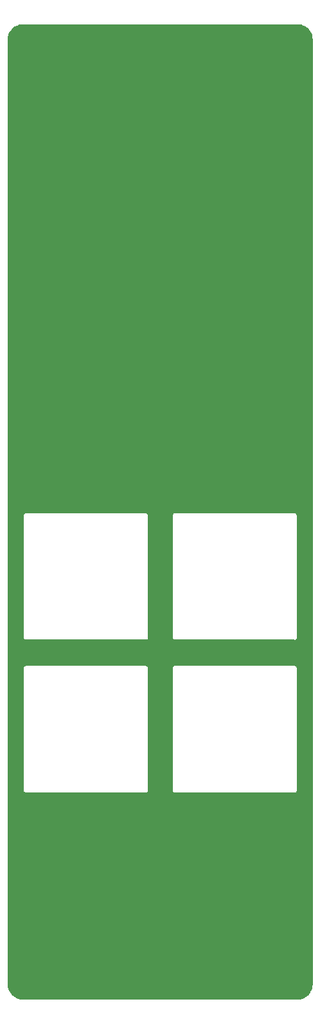
<source format=gbr>
%TF.GenerationSoftware,KiCad,Pcbnew,7.0.6*%
%TF.CreationDate,2023-07-26T19:09:21+01:00*%
%TF.ProjectId,Hypersoniq_Panel,48797065-7273-46f6-9e69-715f50616e65,rev?*%
%TF.SameCoordinates,Original*%
%TF.FileFunction,Copper,L1,Top*%
%TF.FilePolarity,Positive*%
%FSLAX46Y46*%
G04 Gerber Fmt 4.6, Leading zero omitted, Abs format (unit mm)*
G04 Created by KiCad (PCBNEW 7.0.6) date 2023-07-26 19:09:21*
%MOMM*%
%LPD*%
G01*
G04 APERTURE LIST*
G04 APERTURE END LIST*
%TA.AperFunction,NonConductor*%
G36*
X88302244Y-31300161D02*
G01*
X88471292Y-31312251D01*
X88575648Y-31319714D01*
X88593435Y-31322272D01*
X88854657Y-31379098D01*
X88871896Y-31384158D01*
X89122392Y-31477589D01*
X89138738Y-31485054D01*
X89373374Y-31613175D01*
X89388498Y-31622895D01*
X89602509Y-31783102D01*
X89616095Y-31794875D01*
X89805124Y-31983904D01*
X89816897Y-31997490D01*
X89977104Y-32211501D01*
X89986824Y-32226625D01*
X90114945Y-32461261D01*
X90122413Y-32477613D01*
X90215838Y-32728095D01*
X90220902Y-32745345D01*
X90277726Y-33006560D01*
X90280285Y-33024354D01*
X90299839Y-33297755D01*
X90300000Y-33302251D01*
X90300000Y-157697748D01*
X90299839Y-157702244D01*
X90280285Y-157975645D01*
X90277726Y-157993439D01*
X90220902Y-158254654D01*
X90215838Y-158271904D01*
X90122413Y-158522386D01*
X90114945Y-158538738D01*
X89986824Y-158773374D01*
X89977104Y-158788498D01*
X89816897Y-159002509D01*
X89805124Y-159016095D01*
X89616095Y-159205124D01*
X89602509Y-159216897D01*
X89388498Y-159377104D01*
X89373374Y-159386824D01*
X89138738Y-159514945D01*
X89122386Y-159522413D01*
X88871904Y-159615838D01*
X88854654Y-159620902D01*
X88593439Y-159677726D01*
X88575645Y-159680285D01*
X88309235Y-159699339D01*
X88304739Y-159699500D01*
X52095261Y-159699500D01*
X52090765Y-159699339D01*
X51824354Y-159680285D01*
X51806560Y-159677726D01*
X51545345Y-159620902D01*
X51528095Y-159615838D01*
X51277613Y-159522413D01*
X51261261Y-159514945D01*
X51026625Y-159386824D01*
X51011501Y-159377104D01*
X50797490Y-159216897D01*
X50783904Y-159205124D01*
X50594875Y-159016095D01*
X50583102Y-159002509D01*
X50422895Y-158788498D01*
X50413175Y-158773374D01*
X50285054Y-158538738D01*
X50277589Y-158522392D01*
X50184158Y-158271896D01*
X50179097Y-158254654D01*
X50122273Y-157993439D01*
X50119714Y-157975644D01*
X50100161Y-157702244D01*
X50100000Y-157697748D01*
X50100000Y-131964386D01*
X52235907Y-131964386D01*
X52239500Y-132051348D01*
X52239500Y-132120411D01*
X52238086Y-132165948D01*
X52252443Y-132215460D01*
X52263701Y-132254281D01*
X52315224Y-132330457D01*
X52315225Y-132330458D01*
X52315226Y-132330459D01*
X52387674Y-132387114D01*
X52474029Y-132418756D01*
X52508812Y-132420074D01*
X52512175Y-132420500D01*
X52519901Y-132420500D01*
X52519981Y-132420500D01*
X52554051Y-132421797D01*
X52569377Y-132420500D01*
X52583241Y-132420500D01*
X52586927Y-132420608D01*
X52666699Y-132425282D01*
X52690350Y-132420500D01*
X68109652Y-132420500D01*
X68120468Y-132423675D01*
X68206306Y-132420500D01*
X68278315Y-132420500D01*
X68282023Y-132420609D01*
X68328908Y-132423372D01*
X68328908Y-132423371D01*
X68328910Y-132423372D01*
X68423350Y-132397019D01*
X68504085Y-132341385D01*
X68562338Y-132262518D01*
X68562339Y-132262512D01*
X68566108Y-132255106D01*
X68569302Y-132251719D01*
X68570580Y-132242343D01*
X68575240Y-132221527D01*
X68591775Y-132168996D01*
X68591776Y-132168994D01*
X68590500Y-132119987D01*
X68590500Y-132119985D01*
X68590500Y-132050170D01*
X68590564Y-132047326D01*
X68594243Y-131965907D01*
X68593929Y-131964383D01*
X71835907Y-131964383D01*
X71839500Y-132051348D01*
X71839500Y-132120411D01*
X71838086Y-132165948D01*
X71852443Y-132215460D01*
X71863701Y-132254281D01*
X71915224Y-132330457D01*
X71915225Y-132330458D01*
X71915226Y-132330459D01*
X71987674Y-132387114D01*
X72074029Y-132418756D01*
X72108812Y-132420074D01*
X72112175Y-132420500D01*
X72119901Y-132420500D01*
X72119981Y-132420500D01*
X72154051Y-132421797D01*
X72169377Y-132420500D01*
X72183241Y-132420500D01*
X72186927Y-132420608D01*
X72266699Y-132425282D01*
X72290350Y-132420500D01*
X87709652Y-132420500D01*
X87720468Y-132423675D01*
X87806306Y-132420500D01*
X87878315Y-132420500D01*
X87882023Y-132420609D01*
X87928908Y-132423372D01*
X87928908Y-132423371D01*
X87928910Y-132423372D01*
X88023350Y-132397019D01*
X88104085Y-132341385D01*
X88162338Y-132262518D01*
X88162339Y-132262512D01*
X88166108Y-132255106D01*
X88169302Y-132251719D01*
X88170580Y-132242343D01*
X88175240Y-132221527D01*
X88191775Y-132168996D01*
X88191776Y-132168994D01*
X88190500Y-132119987D01*
X88190500Y-132119985D01*
X88190500Y-132050170D01*
X88190564Y-132047326D01*
X88194243Y-131965907D01*
X88190500Y-131947712D01*
X88190500Y-116252815D01*
X88195281Y-116236532D01*
X88190593Y-116150323D01*
X88190500Y-116146901D01*
X88190500Y-116131880D01*
X88191561Y-116128265D01*
X88190500Y-116079988D01*
X88190500Y-116071174D01*
X88190197Y-116068412D01*
X88189427Y-116031686D01*
X88157753Y-115940399D01*
X88097363Y-115860261D01*
X88093737Y-115858388D01*
X88086388Y-115853933D01*
X88061317Y-115836291D01*
X88020583Y-115807626D01*
X88020577Y-115807623D01*
X87928305Y-115778940D01*
X87928304Y-115778940D01*
X87880080Y-115779500D01*
X87811214Y-115779500D01*
X87808306Y-115779433D01*
X87726925Y-115775672D01*
X87708300Y-115779500D01*
X72290353Y-115779500D01*
X72272651Y-115774302D01*
X72186793Y-115779390D01*
X72183066Y-115779500D01*
X72169413Y-115779500D01*
X72163215Y-115777680D01*
X72153751Y-115778078D01*
X72074072Y-115781334D01*
X72074063Y-115781336D01*
X71987860Y-115813137D01*
X71987856Y-115813140D01*
X71915518Y-115869798D01*
X71915513Y-115869802D01*
X71863980Y-115945884D01*
X71838203Y-116034086D01*
X71839500Y-116080011D01*
X71839500Y-116148414D01*
X71836027Y-116231144D01*
X71839500Y-116247946D01*
X71839499Y-131952152D01*
X71835907Y-131964383D01*
X68593929Y-131964383D01*
X68590500Y-131947712D01*
X68590500Y-116252815D01*
X68595281Y-116236532D01*
X68590593Y-116150323D01*
X68590500Y-116146901D01*
X68590500Y-116131880D01*
X68591561Y-116128265D01*
X68590500Y-116079988D01*
X68590500Y-116071174D01*
X68590197Y-116068412D01*
X68589427Y-116031686D01*
X68557753Y-115940399D01*
X68497363Y-115860261D01*
X68493737Y-115858388D01*
X68486388Y-115853933D01*
X68461317Y-115836291D01*
X68420583Y-115807626D01*
X68420577Y-115807623D01*
X68328305Y-115778940D01*
X68328304Y-115778940D01*
X68280080Y-115779500D01*
X68211214Y-115779500D01*
X68208306Y-115779433D01*
X68126925Y-115775672D01*
X68108300Y-115779500D01*
X52690353Y-115779500D01*
X52672651Y-115774302D01*
X52586793Y-115779390D01*
X52583066Y-115779500D01*
X52569413Y-115779500D01*
X52563215Y-115777680D01*
X52553751Y-115778078D01*
X52474072Y-115781334D01*
X52474063Y-115781336D01*
X52387860Y-115813137D01*
X52387856Y-115813140D01*
X52315518Y-115869798D01*
X52315513Y-115869802D01*
X52263980Y-115945884D01*
X52238203Y-116034086D01*
X52239500Y-116080011D01*
X52239500Y-116148414D01*
X52236027Y-116231144D01*
X52239500Y-116247946D01*
X52239500Y-131952152D01*
X52235907Y-131964386D01*
X50100000Y-131964386D01*
X50100000Y-111864386D01*
X52235907Y-111864386D01*
X52239500Y-111951348D01*
X52239500Y-112020411D01*
X52238086Y-112065948D01*
X52252443Y-112115460D01*
X52263701Y-112154281D01*
X52315224Y-112230457D01*
X52315225Y-112230458D01*
X52315226Y-112230459D01*
X52387674Y-112287114D01*
X52474029Y-112318756D01*
X52508812Y-112320074D01*
X52512175Y-112320500D01*
X52519901Y-112320500D01*
X52519981Y-112320500D01*
X52554051Y-112321797D01*
X52569377Y-112320500D01*
X52583241Y-112320500D01*
X52586927Y-112320608D01*
X52666699Y-112325282D01*
X52690350Y-112320500D01*
X68109652Y-112320500D01*
X68120468Y-112323675D01*
X68206306Y-112320500D01*
X68278315Y-112320500D01*
X68282023Y-112320609D01*
X68328908Y-112323372D01*
X68328908Y-112323371D01*
X68328910Y-112323372D01*
X68423350Y-112297019D01*
X68504085Y-112241385D01*
X68562338Y-112162518D01*
X68562339Y-112162512D01*
X68566108Y-112155106D01*
X68569302Y-112151719D01*
X68570580Y-112142343D01*
X68575240Y-112121527D01*
X68591775Y-112068996D01*
X68591776Y-112068994D01*
X68590500Y-112019987D01*
X68590500Y-112019985D01*
X68590500Y-111950170D01*
X68590564Y-111947326D01*
X68594243Y-111865907D01*
X68593929Y-111864383D01*
X71835907Y-111864383D01*
X71839500Y-111951348D01*
X71839500Y-112020411D01*
X71838086Y-112065948D01*
X71852443Y-112115460D01*
X71863701Y-112154281D01*
X71915224Y-112230457D01*
X71915225Y-112230458D01*
X71915226Y-112230459D01*
X71987674Y-112287114D01*
X72074029Y-112318756D01*
X72108812Y-112320074D01*
X72112175Y-112320500D01*
X72119901Y-112320500D01*
X72119981Y-112320500D01*
X72154051Y-112321797D01*
X72169377Y-112320500D01*
X72183241Y-112320500D01*
X72186927Y-112320608D01*
X72266699Y-112325282D01*
X72290350Y-112320500D01*
X87709652Y-112320500D01*
X87720468Y-112323675D01*
X87806306Y-112320500D01*
X87878315Y-112320500D01*
X87882023Y-112320609D01*
X87928908Y-112323372D01*
X87928908Y-112323371D01*
X87928910Y-112323372D01*
X88023350Y-112297019D01*
X88104085Y-112241385D01*
X88162338Y-112162518D01*
X88162339Y-112162512D01*
X88166108Y-112155106D01*
X88169302Y-112151719D01*
X88170580Y-112142343D01*
X88175240Y-112121527D01*
X88191775Y-112068996D01*
X88191776Y-112068994D01*
X88190500Y-112019987D01*
X88190500Y-112019985D01*
X88190500Y-111950170D01*
X88190564Y-111947326D01*
X88194243Y-111865907D01*
X88190500Y-111847712D01*
X88190500Y-96152815D01*
X88195281Y-96136532D01*
X88190593Y-96050323D01*
X88190500Y-96046901D01*
X88190500Y-96031880D01*
X88191561Y-96028265D01*
X88190500Y-95979988D01*
X88190500Y-95971174D01*
X88190197Y-95968412D01*
X88189427Y-95931686D01*
X88157753Y-95840399D01*
X88097363Y-95760261D01*
X88093737Y-95758388D01*
X88086388Y-95753933D01*
X88061317Y-95736291D01*
X88020583Y-95707626D01*
X88020577Y-95707623D01*
X87928305Y-95678940D01*
X87928304Y-95678940D01*
X87880080Y-95679500D01*
X87811214Y-95679500D01*
X87808306Y-95679433D01*
X87726925Y-95675672D01*
X87708300Y-95679500D01*
X72290353Y-95679500D01*
X72272651Y-95674302D01*
X72186793Y-95679390D01*
X72183066Y-95679500D01*
X72169413Y-95679500D01*
X72163215Y-95677680D01*
X72153751Y-95678078D01*
X72074072Y-95681334D01*
X72074063Y-95681336D01*
X71987860Y-95713137D01*
X71987856Y-95713140D01*
X71915518Y-95769798D01*
X71915513Y-95769802D01*
X71863980Y-95845884D01*
X71838203Y-95934086D01*
X71839500Y-95980011D01*
X71839500Y-96048414D01*
X71836027Y-96131144D01*
X71839500Y-96147946D01*
X71839499Y-111852152D01*
X71835907Y-111864383D01*
X68593929Y-111864383D01*
X68590500Y-111847712D01*
X68590500Y-96152815D01*
X68595281Y-96136532D01*
X68590593Y-96050323D01*
X68590500Y-96046901D01*
X68590500Y-96031880D01*
X68591561Y-96028265D01*
X68590500Y-95979988D01*
X68590500Y-95971174D01*
X68590197Y-95968412D01*
X68589427Y-95931686D01*
X68557753Y-95840399D01*
X68497363Y-95760261D01*
X68493737Y-95758388D01*
X68486388Y-95753933D01*
X68461317Y-95736291D01*
X68420583Y-95707626D01*
X68420577Y-95707623D01*
X68328305Y-95678940D01*
X68328304Y-95678940D01*
X68280080Y-95679500D01*
X68211214Y-95679500D01*
X68208306Y-95679433D01*
X68126925Y-95675672D01*
X68108300Y-95679500D01*
X52690353Y-95679500D01*
X52672651Y-95674302D01*
X52586793Y-95679390D01*
X52583066Y-95679500D01*
X52569413Y-95679500D01*
X52563215Y-95677680D01*
X52553751Y-95678078D01*
X52474072Y-95681334D01*
X52474063Y-95681336D01*
X52387860Y-95713137D01*
X52387856Y-95713140D01*
X52315518Y-95769798D01*
X52315513Y-95769802D01*
X52263980Y-95845884D01*
X52238203Y-95934086D01*
X52239500Y-95980011D01*
X52239500Y-96048414D01*
X52236027Y-96131144D01*
X52239500Y-96147946D01*
X52239500Y-111852152D01*
X52235907Y-111864386D01*
X50100000Y-111864386D01*
X50100000Y-33302251D01*
X50100161Y-33297755D01*
X50119714Y-33024355D01*
X50122272Y-33006566D01*
X50179098Y-32745338D01*
X50184157Y-32728107D01*
X50277591Y-32477601D01*
X50285050Y-32461268D01*
X50413178Y-32226620D01*
X50422891Y-32211506D01*
X50583108Y-31997482D01*
X50594868Y-31983911D01*
X50783911Y-31794868D01*
X50797482Y-31783108D01*
X51011506Y-31622891D01*
X51026620Y-31613178D01*
X51261268Y-31485050D01*
X51277601Y-31477591D01*
X51528107Y-31384157D01*
X51545338Y-31379098D01*
X51806566Y-31322272D01*
X51824349Y-31319714D01*
X51942267Y-31311281D01*
X52097756Y-31300161D01*
X52102252Y-31300000D01*
X88297748Y-31300000D01*
X88302244Y-31300161D01*
G37*
%TD.AperFunction*%
M02*

</source>
